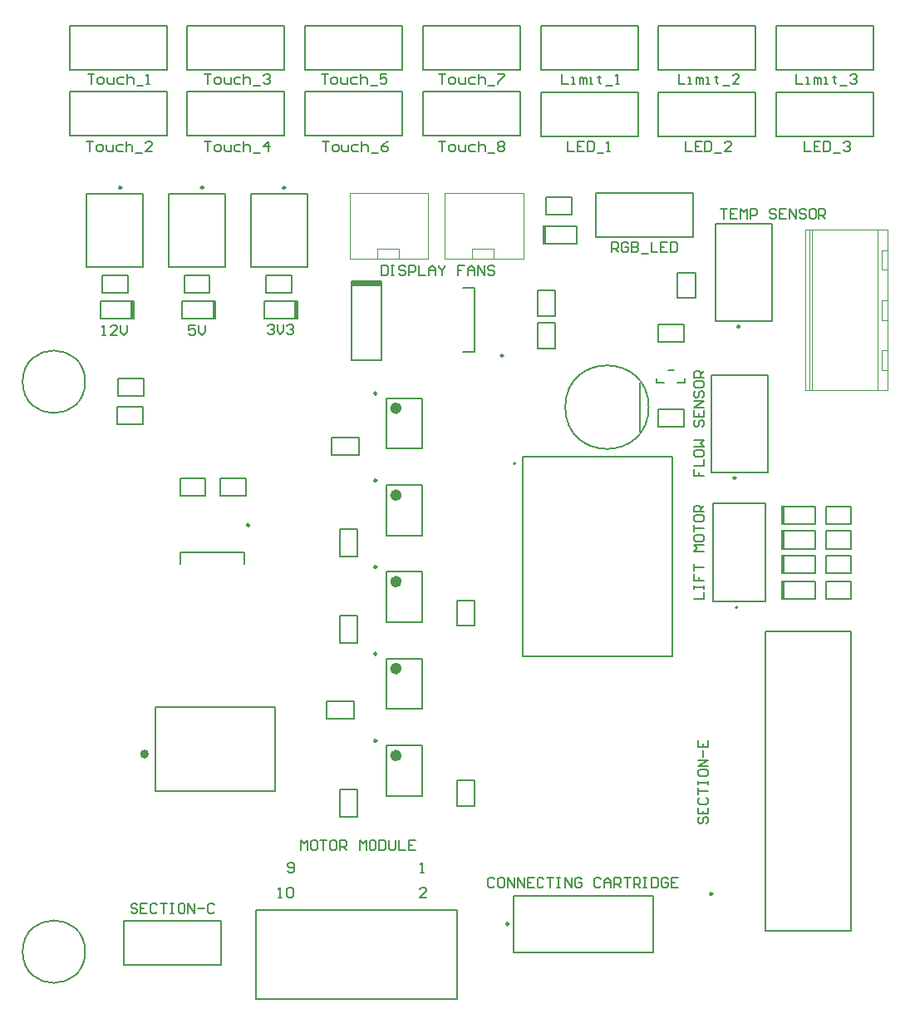
<source format=gto>
G04*
G04 #@! TF.GenerationSoftware,Altium Limited,Altium Designer,20.1.8 (145)*
G04*
G04 Layer_Color=65535*
%FSLAX25Y25*%
%MOIN*%
G70*
G04*
G04 #@! TF.SameCoordinates,8A5546FC-2E64-4ACD-A3F0-66F597033F2E*
G04*
G04*
G04 #@! TF.FilePolarity,Positive*
G04*
G01*
G75*
%ADD10C,0.01968*%
%ADD11C,0.00787*%
%ADD12C,0.00984*%
%ADD13C,0.02362*%
%ADD14C,0.00591*%
%ADD15C,0.00500*%
%ADD16C,0.00394*%
%ADD17C,0.00600*%
%ADD18R,0.01181X0.07480*%
%ADD19R,0.12299X0.01968*%
G36*
X138882Y286366D02*
D01*
D02*
G37*
G36*
X322441Y244016D02*
D01*
D02*
G37*
D10*
X56622Y98032D02*
G03*
X56622Y98032I-787J0D01*
G01*
D11*
X204724Y214370D02*
G03*
X204724Y214370I-394J0D01*
G01*
X32035Y18827D02*
G03*
X32035Y18827I-12535J0D01*
G01*
Y247173D02*
G03*
X32035Y247173I-12535J0D01*
G01*
X293701Y156693D02*
G03*
X293701Y156693I-394J0D01*
G01*
X100571Y0D02*
X181319D01*
Y35433D01*
X100571Y0D02*
Y35433D01*
X181319D01*
X60315Y83071D02*
Y116929D01*
X108189Y83071D02*
Y116929D01*
X60315D02*
X108189D01*
X60315Y83071D02*
X108189D01*
X254429Y227067D02*
Y246752D01*
X152756Y220472D02*
Y240551D01*
X167323Y220472D02*
Y240551D01*
X152756D02*
X167323D01*
X152756Y220472D02*
X167323D01*
X141884Y217913D02*
Y225000D01*
X130860Y217913D02*
X141884D01*
X130860D02*
Y225000D01*
X141884D01*
X32677Y293307D02*
X55315D01*
X32677D02*
Y322441D01*
X55315Y293307D02*
Y322441D01*
X32677D02*
X55315D01*
X71752Y282677D02*
Y289764D01*
X81988D01*
Y282677D02*
Y289764D01*
X71752Y282677D02*
X81988D01*
X38878D02*
Y289764D01*
X49114D01*
Y282677D02*
Y289764D01*
X38878Y282677D02*
X49114D01*
X70965Y279528D02*
X84350D01*
Y272441D02*
Y279528D01*
X70965Y272441D02*
X84350D01*
X70965D02*
Y279528D01*
X84350D01*
Y272441D02*
Y279528D01*
X70965Y272441D02*
X84350D01*
X70965D02*
Y279528D01*
X38091D02*
X51476D01*
Y272441D02*
Y279528D01*
X38091Y272441D02*
X51476D01*
X38091D02*
Y279528D01*
X51476D01*
Y272441D02*
Y279528D01*
X38091Y272441D02*
X51476D01*
X38091D02*
Y279528D01*
X45276Y241339D02*
X55512D01*
Y248382D01*
X45276Y241339D02*
Y248382D01*
X55512D01*
X44984Y230130D02*
X55221D01*
Y237173D01*
X44984Y230130D02*
Y237173D01*
X55221D01*
X70079Y208661D02*
X80315D01*
X70079Y201618D02*
Y208661D01*
X80315Y201618D02*
Y208661D01*
X70079Y201618D02*
X80315D01*
X86221Y208661D02*
X96457D01*
X86221Y201618D02*
Y208661D01*
X96457Y201618D02*
Y208661D01*
X86221Y201618D02*
X96457D01*
X95945Y174224D02*
Y178740D01*
X70197D02*
X95945D01*
X70197Y174224D02*
Y178740D01*
X152756Y150984D02*
Y171063D01*
X167323Y150984D02*
Y171063D01*
X152756D02*
X167323D01*
X152756Y150984D02*
X167323D01*
X152756Y185630D02*
Y205709D01*
X167323Y185630D02*
Y205709D01*
X152756D02*
X167323D01*
X152756Y185630D02*
X167323D01*
X134252Y188189D02*
X141339D01*
Y177165D02*
Y188189D01*
X134252Y177165D02*
X141339D01*
X134252D02*
Y188189D01*
X236811Y322835D02*
X275787D01*
Y305118D02*
Y322835D01*
X236811Y305118D02*
Y322835D01*
Y305118D02*
X275787D01*
X215748Y302362D02*
X229134D01*
X215748D02*
Y309449D01*
X229134D01*
Y302362D02*
Y309449D01*
X215748Y302362D02*
X229134D01*
X215748D02*
Y309449D01*
X229134D01*
Y302362D02*
Y309449D01*
X227165Y314173D02*
Y321260D01*
X216929Y314173D02*
X227165D01*
X216929D02*
Y321260D01*
X227165D01*
X139764Y112205D02*
Y119291D01*
X128740Y112205D02*
X139764D01*
X128740D02*
Y119291D01*
X139764D01*
X152756Y116142D02*
Y136221D01*
X167323Y116142D02*
Y136221D01*
X152756D02*
X167323D01*
X152756Y116142D02*
X167323D01*
X152756Y81299D02*
X167323D01*
X152756Y101378D02*
X167323D01*
Y81299D02*
Y101378D01*
X152756Y81299D02*
Y101378D01*
X134252Y72835D02*
Y83858D01*
Y72835D02*
X141339D01*
Y83858D01*
X134252D02*
X141339D01*
X188189Y149409D02*
Y159646D01*
X181146D02*
X188189D01*
X181146Y149409D02*
X188189D01*
X181146D02*
Y159646D01*
X261858Y263093D02*
X272094D01*
Y270179D01*
X261858D02*
X272094D01*
X261858Y263093D02*
Y270179D01*
X265850Y251872D02*
X268102D01*
X261267Y246754D02*
Y248420D01*
X269590Y246754D02*
X272685D01*
X261267D02*
X264362D01*
X272685D02*
Y248420D01*
X261858Y229235D02*
Y236321D01*
X272094D01*
Y229235D02*
Y236321D01*
X261858Y229235D02*
X272094D01*
X98425Y293307D02*
X121063D01*
X98425D02*
Y322441D01*
X121063Y293307D02*
Y322441D01*
X98425D02*
X121063D01*
X309252Y363189D02*
X348228D01*
Y345472D02*
Y363189D01*
X309252Y345472D02*
Y363189D01*
Y345472D02*
X348228D01*
X262008Y363189D02*
X300984D01*
Y345472D02*
Y363189D01*
X262008Y345472D02*
Y363189D01*
Y345472D02*
X300984D01*
X214764Y363189D02*
X253740D01*
Y345472D02*
Y363189D01*
X214764Y345472D02*
Y363189D01*
Y345472D02*
X253740D01*
X65551Y293307D02*
X88189D01*
X65551D02*
Y322441D01*
X88189Y293307D02*
Y322441D01*
X65551D02*
X88189D01*
X73032Y363583D02*
X112008D01*
Y345866D02*
Y363583D01*
X73032Y345866D02*
Y363583D01*
Y345866D02*
X112008D01*
X73032Y389961D02*
X112008D01*
Y372244D02*
Y389961D01*
X73032Y372244D02*
Y389961D01*
Y372244D02*
X112008D01*
X25787Y363583D02*
X64764D01*
Y345866D02*
Y363583D01*
X25787Y345866D02*
Y363583D01*
Y345866D02*
X64764D01*
X25787Y389961D02*
X64764D01*
Y372244D02*
Y389961D01*
X25787Y372244D02*
Y389961D01*
Y372244D02*
X64764D01*
X167520Y363583D02*
X206496D01*
Y345866D02*
Y363583D01*
X167520Y345866D02*
Y363583D01*
Y345866D02*
X206496D01*
X167520Y389961D02*
X206496D01*
Y372244D02*
Y389961D01*
X167520Y372244D02*
Y389961D01*
Y372244D02*
X206496D01*
X120276Y363583D02*
X159252D01*
Y345866D02*
Y363583D01*
X120276Y345866D02*
Y363583D01*
Y345866D02*
X159252D01*
X120276Y389961D02*
X159252D01*
Y372244D02*
Y389961D01*
X120276Y372244D02*
Y389961D01*
Y372244D02*
X159252D01*
X309252Y389961D02*
X348228D01*
Y372244D02*
Y389961D01*
X309252Y372244D02*
Y389961D01*
Y372244D02*
X348228D01*
X262008Y389961D02*
X300984D01*
Y372244D02*
Y389961D01*
X262008Y372244D02*
Y389961D01*
Y372244D02*
X300984D01*
X214764Y389961D02*
X253740D01*
Y372244D02*
Y389961D01*
X214764Y372244D02*
Y389961D01*
Y372244D02*
X253740D01*
X284744Y271457D02*
X307382D01*
Y310433D01*
X284744D02*
X307382D01*
X284744Y271457D02*
Y310433D01*
X283169Y210827D02*
X305807D01*
Y249803D01*
X283169D02*
X305807D01*
X283169Y210827D02*
Y249803D01*
X183673Y259173D02*
X188189D01*
Y284921D01*
X183673D02*
X188189D01*
X260039Y18386D02*
Y41221D01*
X203740D02*
X260039D01*
X203740Y18386D02*
Y41221D01*
Y18386D02*
X260039D01*
X47441Y13386D02*
X86417D01*
X47441D02*
Y31102D01*
X86417Y13386D02*
Y31102D01*
X47441D02*
X86417D01*
X304921Y27008D02*
X339173D01*
Y147008D01*
X304921D02*
X339173D01*
X304921Y27008D02*
Y147008D01*
X104626Y282677D02*
Y289764D01*
X114862D01*
Y282677D02*
Y289764D01*
X104626Y282677D02*
X114862D01*
X103839Y279528D02*
X117224D01*
Y272441D02*
Y279528D01*
X103839Y272441D02*
X117224D01*
X103839D02*
Y279528D01*
X117224D01*
Y272441D02*
Y279528D01*
X103839Y272441D02*
X117224D01*
X103839D02*
Y279528D01*
X188189Y77165D02*
Y87402D01*
X181146D02*
X188189D01*
X181146Y77165D02*
X188189D01*
X181146D02*
Y87402D01*
X134252Y153543D02*
X141339D01*
Y142520D02*
Y153543D01*
X134252Y142520D02*
X141339D01*
X134252D02*
Y153543D01*
X138882Y255906D02*
X150882D01*
Y287402D01*
X138882D02*
X150882D01*
X138882Y255906D02*
Y287402D01*
X220472Y260630D02*
Y270866D01*
X213429D02*
X220472D01*
X213429Y260630D02*
X220472D01*
X213429D02*
Y270866D01*
X269685Y280709D02*
Y290945D01*
Y280709D02*
X276728D01*
X269685Y290945D02*
X276728D01*
Y280709D02*
Y290945D01*
X220472Y273622D02*
Y283858D01*
X213429D02*
X220472D01*
X213429Y273622D02*
X220472D01*
X213429D02*
Y283858D01*
X329134Y190157D02*
Y197244D01*
X339370D01*
Y190157D02*
Y197244D01*
X329134Y190157D02*
X339370D01*
X329134Y180315D02*
Y187402D01*
X339370D01*
Y180315D02*
Y187402D01*
X329134Y180315D02*
X339370D01*
X329134Y170472D02*
Y177559D01*
X339370D01*
Y170472D02*
Y177559D01*
X329134Y170472D02*
X339370D01*
X329134Y160236D02*
Y167323D01*
X339370D01*
Y160236D02*
Y167323D01*
X329134Y160236D02*
X339370D01*
X311417Y190157D02*
X324803D01*
X311417D02*
Y197244D01*
X324803D01*
Y190157D02*
Y197244D01*
X311417Y190157D02*
X324803D01*
X311417D02*
Y197244D01*
X324803D01*
Y190157D02*
Y197244D01*
X311417Y180315D02*
X324803D01*
X311417D02*
Y187402D01*
X324803D01*
Y180315D02*
Y187402D01*
X311417Y180315D02*
X324803D01*
X311417D02*
Y187402D01*
X324803D01*
Y180315D02*
Y187402D01*
X311417Y170472D02*
X324803D01*
X311417D02*
Y177559D01*
X324803D01*
Y170472D02*
Y177559D01*
X311417Y170472D02*
X324803D01*
X311417D02*
Y177559D01*
X324803D01*
Y170472D02*
Y177559D01*
X311417Y160236D02*
X324803D01*
X311417D02*
Y167323D01*
X324803D01*
Y160236D02*
Y167323D01*
X311417Y160236D02*
X324803D01*
X311417D02*
Y167323D01*
X324803D01*
Y160236D02*
Y167323D01*
X278610Y72702D02*
X277954Y72047D01*
Y70735D01*
X278610Y70079D01*
X279266D01*
X279922Y70735D01*
Y72047D01*
X280578Y72702D01*
X281234D01*
X281890Y72047D01*
Y70735D01*
X281234Y70079D01*
X277954Y76638D02*
Y74015D01*
X281890D01*
Y76638D01*
X279922Y74015D02*
Y75326D01*
X278610Y80574D02*
X277954Y79918D01*
Y78606D01*
X278610Y77950D01*
X281234D01*
X281890Y78606D01*
Y79918D01*
X281234Y80574D01*
X277954Y81886D02*
Y84510D01*
Y83198D01*
X281890D01*
X277954Y85822D02*
Y87134D01*
Y86478D01*
X281890D01*
Y85822D01*
Y87134D01*
X277954Y91069D02*
Y89757D01*
X278610Y89101D01*
X281234D01*
X281890Y89757D01*
Y91069D01*
X281234Y91725D01*
X278610D01*
X277954Y91069D01*
X281890Y93037D02*
X277954D01*
X281890Y95661D01*
X277954D01*
X279922Y96973D02*
Y99597D01*
X277954Y103533D02*
Y100909D01*
X281890D01*
Y103533D01*
X279922Y100909D02*
Y102221D01*
X196325Y47768D02*
X195669Y48424D01*
X194357D01*
X193701Y47768D01*
Y45144D01*
X194357Y44488D01*
X195669D01*
X196325Y45144D01*
X199604Y48424D02*
X198293D01*
X197636Y47768D01*
Y45144D01*
X198293Y44488D01*
X199604D01*
X200260Y45144D01*
Y47768D01*
X199604Y48424D01*
X201572Y44488D02*
Y48424D01*
X204196Y44488D01*
Y48424D01*
X205508Y44488D02*
Y48424D01*
X208132Y44488D01*
Y48424D01*
X212068D02*
X209444D01*
Y44488D01*
X212068D01*
X209444Y46456D02*
X210756D01*
X216003Y47768D02*
X215347Y48424D01*
X214035D01*
X213380Y47768D01*
Y45144D01*
X214035Y44488D01*
X215347D01*
X216003Y45144D01*
X217315Y48424D02*
X219939D01*
X218627D01*
Y44488D01*
X221251Y48424D02*
X222563D01*
X221907D01*
Y44488D01*
X221251D01*
X222563D01*
X224531D02*
Y48424D01*
X227155Y44488D01*
Y48424D01*
X231090Y47768D02*
X230434Y48424D01*
X229122D01*
X228467Y47768D01*
Y45144D01*
X229122Y44488D01*
X230434D01*
X231090Y45144D01*
Y46456D01*
X229778D01*
X238962Y47768D02*
X238306Y48424D01*
X236994D01*
X236338Y47768D01*
Y45144D01*
X236994Y44488D01*
X238306D01*
X238962Y45144D01*
X240274Y44488D02*
Y47112D01*
X241586Y48424D01*
X242898Y47112D01*
Y44488D01*
Y46456D01*
X240274D01*
X244210Y44488D02*
Y48424D01*
X246177D01*
X246833Y47768D01*
Y46456D01*
X246177Y45800D01*
X244210D01*
X245521D02*
X246833Y44488D01*
X248145Y48424D02*
X250769D01*
X249457D01*
Y44488D01*
X252081D02*
Y48424D01*
X254049D01*
X254705Y47768D01*
Y46456D01*
X254049Y45800D01*
X252081D01*
X253393D02*
X254705Y44488D01*
X256017Y48424D02*
X257329D01*
X256673D01*
Y44488D01*
X256017D01*
X257329D01*
X259296Y48424D02*
Y44488D01*
X261264D01*
X261920Y45144D01*
Y47768D01*
X261264Y48424D01*
X259296D01*
X265856Y47768D02*
X265200Y48424D01*
X263888D01*
X263232Y47768D01*
Y45144D01*
X263888Y44488D01*
X265200D01*
X265856Y45144D01*
Y46456D01*
X264544D01*
X269792Y48424D02*
X267168D01*
Y44488D01*
X269792D01*
X267168Y46456D02*
X268480D01*
X105118Y269422D02*
X105774Y270077D01*
X107086D01*
X107742Y269422D01*
Y268765D01*
X107086Y268110D01*
X106430D01*
X107086D01*
X107742Y267454D01*
Y266798D01*
X107086Y266142D01*
X105774D01*
X105118Y266798D01*
X109054Y270077D02*
Y267454D01*
X110366Y266142D01*
X111678Y267454D01*
Y270077D01*
X112990Y269422D02*
X113646Y270077D01*
X114957D01*
X115613Y269422D01*
Y268765D01*
X114957Y268110D01*
X114302D01*
X114957D01*
X115613Y267454D01*
Y266798D01*
X114957Y266142D01*
X113646D01*
X112990Y266798D01*
X76246Y269684D02*
X73622D01*
Y267716D01*
X74934Y268372D01*
X75590D01*
X76246Y267716D01*
Y266404D01*
X75590Y265748D01*
X74278D01*
X73622Y266404D01*
X77558Y269684D02*
Y267060D01*
X78870Y265748D01*
X80182Y267060D01*
Y269684D01*
X38976Y265748D02*
X40288D01*
X39632D01*
Y269684D01*
X38976Y269028D01*
X44880Y265748D02*
X42256D01*
X44880Y268372D01*
Y269028D01*
X44224Y269684D01*
X42912D01*
X42256Y269028D01*
X46192Y269684D02*
Y267060D01*
X47504Y265748D01*
X48816Y267060D01*
Y269684D01*
X150787Y293700D02*
Y289764D01*
X152755D01*
X153411Y290420D01*
Y293044D01*
X152755Y293700D01*
X150787D01*
X154723D02*
X156035D01*
X155379D01*
Y289764D01*
X154723D01*
X156035D01*
X160627Y293044D02*
X159971Y293700D01*
X158659D01*
X158003Y293044D01*
Y292388D01*
X158659Y291732D01*
X159971D01*
X160627Y291076D01*
Y290420D01*
X159971Y289764D01*
X158659D01*
X158003Y290420D01*
X161939Y289764D02*
Y293700D01*
X163907D01*
X164562Y293044D01*
Y291732D01*
X163907Y291076D01*
X161939D01*
X165874Y293700D02*
Y289764D01*
X168498D01*
X169810D02*
Y292388D01*
X171122Y293700D01*
X172434Y292388D01*
Y289764D01*
Y291732D01*
X169810D01*
X173746Y293700D02*
Y293044D01*
X175058Y291732D01*
X176370Y293044D01*
Y293700D01*
X175058Y291732D02*
Y289764D01*
X184241Y293700D02*
X181617D01*
Y291732D01*
X182929D01*
X181617D01*
Y289764D01*
X185553D02*
Y292388D01*
X186865Y293700D01*
X188177Y292388D01*
Y289764D01*
Y291732D01*
X185553D01*
X189489Y289764D02*
Y293700D01*
X192113Y289764D01*
Y293700D01*
X196048Y293044D02*
X195393Y293700D01*
X194080D01*
X193425Y293044D01*
Y292388D01*
X194080Y291732D01*
X195393D01*
X196048Y291076D01*
Y290420D01*
X195393Y289764D01*
X194080D01*
X193425Y290420D01*
X276379Y212073D02*
Y209449D01*
X278347D01*
Y210761D01*
Y209449D01*
X280315D01*
X276379Y213385D02*
X280315D01*
Y216008D01*
X276379Y219288D02*
Y217976D01*
X277035Y217320D01*
X279659D01*
X280315Y217976D01*
Y219288D01*
X279659Y219944D01*
X277035D01*
X276379Y219288D01*
Y221256D02*
X280315D01*
X279003Y222568D01*
X280315Y223880D01*
X276379D01*
X277035Y231751D02*
X276379Y231095D01*
Y229784D01*
X277035Y229128D01*
X277691D01*
X278347Y229784D01*
Y231095D01*
X279003Y231751D01*
X279659D01*
X280315Y231095D01*
Y229784D01*
X279659Y229128D01*
X276379Y235687D02*
Y233063D01*
X280315D01*
Y235687D01*
X278347Y233063D02*
Y234375D01*
X280315Y236999D02*
X276379D01*
X280315Y239623D01*
X276379D01*
X277035Y243559D02*
X276379Y242903D01*
Y241591D01*
X277035Y240935D01*
X277691D01*
X278347Y241591D01*
Y242903D01*
X279003Y243559D01*
X279659D01*
X280315Y242903D01*
Y241591D01*
X279659Y240935D01*
X276379Y246838D02*
Y245526D01*
X277035Y244870D01*
X279659D01*
X280315Y245526D01*
Y246838D01*
X279659Y247494D01*
X277035D01*
X276379Y246838D01*
X280315Y248806D02*
X276379D01*
Y250774D01*
X277035Y251430D01*
X278347D01*
X279003Y250774D01*
Y248806D01*
Y250118D02*
X280315Y251430D01*
X118504Y59449D02*
Y63385D01*
X119816Y62073D01*
X121128Y63385D01*
Y59449D01*
X124407Y63385D02*
X123096D01*
X122440Y62729D01*
Y60105D01*
X123096Y59449D01*
X124407D01*
X125064Y60105D01*
Y62729D01*
X124407Y63385D01*
X126375D02*
X128999D01*
X127687D01*
Y59449D01*
X132279Y63385D02*
X130967D01*
X130311Y62729D01*
Y60105D01*
X130967Y59449D01*
X132279D01*
X132935Y60105D01*
Y62729D01*
X132279Y63385D01*
X134247Y59449D02*
Y63385D01*
X136215D01*
X136871Y62729D01*
Y61417D01*
X136215Y60761D01*
X134247D01*
X135559D02*
X136871Y59449D01*
X142118D02*
Y63385D01*
X143430Y62073D01*
X144742Y63385D01*
Y59449D01*
X148022Y63385D02*
X146710D01*
X146054Y62729D01*
Y60105D01*
X146710Y59449D01*
X148022D01*
X148678Y60105D01*
Y62729D01*
X148022Y63385D01*
X149990D02*
Y59449D01*
X151958D01*
X152614Y60105D01*
Y62729D01*
X151958Y63385D01*
X149990D01*
X153926D02*
Y60105D01*
X154582Y59449D01*
X155894D01*
X156549Y60105D01*
Y63385D01*
X157861D02*
Y59449D01*
X160485D01*
X164421Y63385D02*
X161797D01*
Y59449D01*
X164421D01*
X161797Y61417D02*
X163109D01*
X53017Y37532D02*
X52362Y38188D01*
X51050D01*
X50394Y37532D01*
Y36876D01*
X51050Y36220D01*
X52362D01*
X53017Y35564D01*
Y34908D01*
X52362Y34252D01*
X51050D01*
X50394Y34908D01*
X56953Y38188D02*
X54329D01*
Y34252D01*
X56953D01*
X54329Y36220D02*
X55641D01*
X60889Y37532D02*
X60233Y38188D01*
X58921D01*
X58265Y37532D01*
Y34908D01*
X58921Y34252D01*
X60233D01*
X60889Y34908D01*
X62201Y38188D02*
X64825D01*
X63513D01*
Y34252D01*
X66137Y38188D02*
X67449D01*
X66793D01*
Y34252D01*
X66137D01*
X67449D01*
X71384Y38188D02*
X70072D01*
X69416Y37532D01*
Y34908D01*
X70072Y34252D01*
X71384D01*
X72040Y34908D01*
Y37532D01*
X71384Y38188D01*
X73352Y34252D02*
Y38188D01*
X75976Y34252D01*
Y38188D01*
X77288Y36220D02*
X79912D01*
X83847Y37532D02*
X83192Y38188D01*
X81880D01*
X81224Y37532D01*
Y34908D01*
X81880Y34252D01*
X83192D01*
X83847Y34908D01*
X243307Y299081D02*
Y303017D01*
X245275D01*
X245931Y302361D01*
Y301049D01*
X245275Y300393D01*
X243307D01*
X244619D02*
X245931Y299081D01*
X249867Y302361D02*
X249211Y303017D01*
X247899D01*
X247243Y302361D01*
Y299737D01*
X247899Y299081D01*
X249211D01*
X249867Y299737D01*
Y301049D01*
X248555D01*
X251179Y303017D02*
Y299081D01*
X253146D01*
X253802Y299737D01*
Y300393D01*
X253146Y301049D01*
X251179D01*
X253146D01*
X253802Y301705D01*
Y302361D01*
X253146Y303017D01*
X251179D01*
X255114Y298425D02*
X257738D01*
X259050Y303017D02*
Y299081D01*
X261674D01*
X265610Y303017D02*
X262986D01*
Y299081D01*
X265610D01*
X262986Y301049D02*
X264298D01*
X266921Y303017D02*
Y299081D01*
X268889D01*
X269545Y299737D01*
Y302361D01*
X268889Y303017D01*
X266921D01*
X276379Y160236D02*
X280315D01*
Y162860D01*
X276379Y164172D02*
Y165484D01*
Y164828D01*
X280315D01*
Y164172D01*
Y165484D01*
X276379Y170076D02*
Y167452D01*
X278347D01*
Y168764D01*
Y167452D01*
X280315D01*
X276379Y171388D02*
Y174011D01*
Y172699D01*
X280315D01*
Y179259D02*
X276379D01*
X277691Y180571D01*
X276379Y181883D01*
X280315D01*
X276379Y185163D02*
Y183851D01*
X277035Y183195D01*
X279659D01*
X280315Y183851D01*
Y185163D01*
X279659Y185819D01*
X277035D01*
X276379Y185163D01*
Y187130D02*
Y189754D01*
Y188442D01*
X280315D01*
X276379Y193034D02*
Y191722D01*
X277035Y191066D01*
X279659D01*
X280315Y191722D01*
Y193034D01*
X279659Y193690D01*
X277035D01*
X276379Y193034D01*
X280315Y195002D02*
X276379D01*
Y196970D01*
X277035Y197626D01*
X278347D01*
X279003Y196970D01*
Y195002D01*
Y196314D02*
X280315Y197626D01*
X287008Y316534D02*
X289632D01*
X288320D01*
Y312598D01*
X293567Y316534D02*
X290944D01*
Y312598D01*
X293567D01*
X290944Y314566D02*
X292255D01*
X294879Y312598D02*
Y316534D01*
X296191Y315222D01*
X297503Y316534D01*
Y312598D01*
X298815D02*
Y316534D01*
X300783D01*
X301439Y315878D01*
Y314566D01*
X300783Y313910D01*
X298815D01*
X309310Y315878D02*
X308654Y316534D01*
X307343D01*
X306687Y315878D01*
Y315222D01*
X307343Y314566D01*
X308654D01*
X309310Y313910D01*
Y313254D01*
X308654Y312598D01*
X307343D01*
X306687Y313254D01*
X313246Y316534D02*
X310622D01*
Y312598D01*
X313246D01*
X310622Y314566D02*
X311934D01*
X314558Y312598D02*
Y316534D01*
X317182Y312598D01*
Y316534D01*
X321118Y315878D02*
X320462Y316534D01*
X319150D01*
X318494Y315878D01*
Y315222D01*
X319150Y314566D01*
X320462D01*
X321118Y313910D01*
Y313254D01*
X320462Y312598D01*
X319150D01*
X318494Y313254D01*
X324397Y316534D02*
X323085D01*
X322429Y315878D01*
Y313254D01*
X323085Y312598D01*
X324397D01*
X325053Y313254D01*
Y315878D01*
X324397Y316534D01*
X326365Y312598D02*
Y316534D01*
X328333D01*
X328989Y315878D01*
Y314566D01*
X328333Y313910D01*
X326365D01*
X327677D02*
X328989Y312598D01*
X320472Y343568D02*
Y339632D01*
X323096D01*
X327032Y343568D02*
X324408D01*
Y339632D01*
X327032D01*
X324408Y341600D02*
X325720D01*
X328344Y343568D02*
Y339632D01*
X330312D01*
X330968Y340288D01*
Y342912D01*
X330312Y343568D01*
X328344D01*
X332280Y338976D02*
X334904D01*
X336215Y342912D02*
X336871Y343568D01*
X338183D01*
X338839Y342912D01*
Y342256D01*
X338183Y341600D01*
X337527D01*
X338183D01*
X338839Y340944D01*
Y340288D01*
X338183Y339632D01*
X336871D01*
X336215Y340288D01*
X272835Y343568D02*
Y339632D01*
X275459D01*
X279394Y343568D02*
X276770D01*
Y339632D01*
X279394D01*
X276770Y341600D02*
X278082D01*
X280706Y343568D02*
Y339632D01*
X282674D01*
X283330Y340288D01*
Y342912D01*
X282674Y343568D01*
X280706D01*
X284642Y338976D02*
X287266D01*
X291201Y339632D02*
X288578D01*
X291201Y342256D01*
Y342912D01*
X290546Y343568D01*
X289234D01*
X288578Y342912D01*
X225590Y343568D02*
Y339632D01*
X228214D01*
X232150Y343568D02*
X229526D01*
Y339632D01*
X232150D01*
X229526Y341600D02*
X230838D01*
X233462Y343568D02*
Y339632D01*
X235430D01*
X236086Y340288D01*
Y342912D01*
X235430Y343568D01*
X233462D01*
X237398Y338976D02*
X240022D01*
X241334Y339632D02*
X242645D01*
X241989D01*
Y343568D01*
X241334Y342912D01*
X317323Y370340D02*
Y366404D01*
X319947D01*
X321259D02*
X322570D01*
X321915D01*
Y369028D01*
X321259D01*
X324538Y366404D02*
Y369028D01*
X325194D01*
X325850Y368372D01*
Y366404D01*
Y368372D01*
X326506Y369028D01*
X327162Y368372D01*
Y366404D01*
X328474D02*
X329786D01*
X329130D01*
Y369028D01*
X328474D01*
X332410Y369684D02*
Y369028D01*
X331754D01*
X333066D01*
X332410D01*
Y367060D01*
X333066Y366404D01*
X335034Y365748D02*
X337657D01*
X338969Y369684D02*
X339625Y370340D01*
X340937D01*
X341593Y369684D01*
Y369028D01*
X340937Y368372D01*
X340281D01*
X340937D01*
X341593Y367716D01*
Y367060D01*
X340937Y366404D01*
X339625D01*
X338969Y367060D01*
X270079Y370340D02*
Y366404D01*
X272703D01*
X274014D02*
X275326D01*
X274670D01*
Y369028D01*
X274014D01*
X277294Y366404D02*
Y369028D01*
X277950D01*
X278606Y368372D01*
Y366404D01*
Y368372D01*
X279262Y369028D01*
X279918Y368372D01*
Y366404D01*
X281230D02*
X282542D01*
X281886D01*
Y369028D01*
X281230D01*
X285166Y369684D02*
Y369028D01*
X284510D01*
X285822D01*
X285166D01*
Y367060D01*
X285822Y366404D01*
X287790Y365748D02*
X290413D01*
X294349Y366404D02*
X291725D01*
X294349Y369028D01*
Y369684D01*
X293693Y370340D01*
X292381D01*
X291725Y369684D01*
X223228Y370340D02*
Y366404D01*
X225852D01*
X227164D02*
X228476D01*
X227820D01*
Y369028D01*
X227164D01*
X230444Y366404D02*
Y369028D01*
X231100D01*
X231756Y368372D01*
Y366404D01*
Y368372D01*
X232412Y369028D01*
X233068Y368372D01*
Y366404D01*
X234380D02*
X235691D01*
X235036D01*
Y369028D01*
X234380D01*
X238315Y369684D02*
Y369028D01*
X237659D01*
X238971D01*
X238315D01*
Y367060D01*
X238971Y366404D01*
X240939Y365748D02*
X243563D01*
X244875Y366404D02*
X246187D01*
X245531D01*
Y370340D01*
X244875Y369684D01*
X174016Y343568D02*
X176640D01*
X175328D01*
Y339632D01*
X178607D02*
X179919D01*
X180575Y340288D01*
Y341600D01*
X179919Y342256D01*
X178607D01*
X177952Y341600D01*
Y340288D01*
X178607Y339632D01*
X181887Y342256D02*
Y340288D01*
X182543Y339632D01*
X184511D01*
Y342256D01*
X188447D02*
X186479D01*
X185823Y341600D01*
Y340288D01*
X186479Y339632D01*
X188447D01*
X189759Y343568D02*
Y339632D01*
Y341600D01*
X190415Y342256D01*
X191727D01*
X192383Y341600D01*
Y339632D01*
X193694Y338976D02*
X196318D01*
X197630Y342912D02*
X198286Y343568D01*
X199598D01*
X200254Y342912D01*
Y342256D01*
X199598Y341600D01*
X200254Y340944D01*
Y340288D01*
X199598Y339632D01*
X198286D01*
X197630Y340288D01*
Y340944D01*
X198286Y341600D01*
X197630Y342256D01*
Y342912D01*
X198286Y341600D02*
X199598D01*
X174016Y370340D02*
X176640D01*
X175328D01*
Y366404D01*
X178607D02*
X179919D01*
X180575Y367060D01*
Y368372D01*
X179919Y369028D01*
X178607D01*
X177952Y368372D01*
Y367060D01*
X178607Y366404D01*
X181887Y369028D02*
Y367060D01*
X182543Y366404D01*
X184511D01*
Y369028D01*
X188447D02*
X186479D01*
X185823Y368372D01*
Y367060D01*
X186479Y366404D01*
X188447D01*
X189759Y370340D02*
Y366404D01*
Y368372D01*
X190415Y369028D01*
X191727D01*
X192383Y368372D01*
Y366404D01*
X193694Y365748D02*
X196318D01*
X197630Y370340D02*
X200254D01*
Y369684D01*
X197630Y367060D01*
Y366404D01*
X127165Y343568D02*
X129789D01*
X128477D01*
Y339632D01*
X131757D02*
X133069D01*
X133725Y340288D01*
Y341600D01*
X133069Y342256D01*
X131757D01*
X131101Y341600D01*
Y340288D01*
X131757Y339632D01*
X135037Y342256D02*
Y340288D01*
X135693Y339632D01*
X137661D01*
Y342256D01*
X141596D02*
X139629D01*
X138973Y341600D01*
Y340288D01*
X139629Y339632D01*
X141596D01*
X142908Y343568D02*
Y339632D01*
Y341600D01*
X143564Y342256D01*
X144876D01*
X145532Y341600D01*
Y339632D01*
X146844Y338976D02*
X149468D01*
X153404Y343568D02*
X152092Y342912D01*
X150780Y341600D01*
Y340288D01*
X151436Y339632D01*
X152748D01*
X153404Y340288D01*
Y340944D01*
X152748Y341600D01*
X150780D01*
X126772Y370340D02*
X129395D01*
X128084D01*
Y366404D01*
X131363D02*
X132675D01*
X133331Y367060D01*
Y368372D01*
X132675Y369028D01*
X131363D01*
X130707Y368372D01*
Y367060D01*
X131363Y366404D01*
X134643Y369028D02*
Y367060D01*
X135299Y366404D01*
X137267D01*
Y369028D01*
X141203D02*
X139235D01*
X138579Y368372D01*
Y367060D01*
X139235Y366404D01*
X141203D01*
X142515Y370340D02*
Y366404D01*
Y368372D01*
X143171Y369028D01*
X144483D01*
X145138Y368372D01*
Y366404D01*
X146450Y365748D02*
X149074D01*
X153010Y370340D02*
X150386D01*
Y368372D01*
X151698Y369028D01*
X152354D01*
X153010Y368372D01*
Y367060D01*
X152354Y366404D01*
X151042D01*
X150386Y367060D01*
X79921Y343568D02*
X82545D01*
X81233D01*
Y339632D01*
X84513D02*
X85825D01*
X86481Y340288D01*
Y341600D01*
X85825Y342256D01*
X84513D01*
X83857Y341600D01*
Y340288D01*
X84513Y339632D01*
X87793Y342256D02*
Y340288D01*
X88449Y339632D01*
X90417D01*
Y342256D01*
X94352D02*
X92384D01*
X91729Y341600D01*
Y340288D01*
X92384Y339632D01*
X94352D01*
X95664Y343568D02*
Y339632D01*
Y341600D01*
X96320Y342256D01*
X97632D01*
X98288Y341600D01*
Y339632D01*
X99600Y338976D02*
X102224D01*
X105504Y339632D02*
Y343568D01*
X103536Y341600D01*
X106159D01*
X79921Y370340D02*
X82545D01*
X81233D01*
Y366404D01*
X84513D02*
X85825D01*
X86481Y367060D01*
Y368372D01*
X85825Y369028D01*
X84513D01*
X83857Y368372D01*
Y367060D01*
X84513Y366404D01*
X87793Y369028D02*
Y367060D01*
X88449Y366404D01*
X90417D01*
Y369028D01*
X94352D02*
X92384D01*
X91729Y368372D01*
Y367060D01*
X92384Y366404D01*
X94352D01*
X95664Y370340D02*
Y366404D01*
Y368372D01*
X96320Y369028D01*
X97632D01*
X98288Y368372D01*
Y366404D01*
X99600Y365748D02*
X102224D01*
X103536Y369684D02*
X104192Y370340D01*
X105504D01*
X106159Y369684D01*
Y369028D01*
X105504Y368372D01*
X104848D01*
X105504D01*
X106159Y367716D01*
Y367060D01*
X105504Y366404D01*
X104192D01*
X103536Y367060D01*
X32677Y343568D02*
X35301D01*
X33989D01*
Y339632D01*
X37269D02*
X38581D01*
X39237Y340288D01*
Y341600D01*
X38581Y342256D01*
X37269D01*
X36613Y341600D01*
Y340288D01*
X37269Y339632D01*
X40549Y342256D02*
Y340288D01*
X41205Y339632D01*
X43172D01*
Y342256D01*
X47108D02*
X45140D01*
X44484Y341600D01*
Y340288D01*
X45140Y339632D01*
X47108D01*
X48420Y343568D02*
Y339632D01*
Y341600D01*
X49076Y342256D01*
X50388D01*
X51044Y341600D01*
Y339632D01*
X52356Y338976D02*
X54980D01*
X58915Y339632D02*
X56292D01*
X58915Y342256D01*
Y342912D01*
X58259Y343568D01*
X56948D01*
X56292Y342912D01*
X33071Y370340D02*
X35695D01*
X34383D01*
Y366404D01*
X37663D02*
X38974D01*
X39630Y367060D01*
Y368372D01*
X38974Y369028D01*
X37663D01*
X37007Y368372D01*
Y367060D01*
X37663Y366404D01*
X40942Y369028D02*
Y367060D01*
X41598Y366404D01*
X43566D01*
Y369028D01*
X47502D02*
X45534D01*
X44878Y368372D01*
Y367060D01*
X45534Y366404D01*
X47502D01*
X48814Y370340D02*
Y366404D01*
Y368372D01*
X49470Y369028D01*
X50782D01*
X51438Y368372D01*
Y366404D01*
X52750Y365748D02*
X55373D01*
X56685Y366404D02*
X57997D01*
X57341D01*
Y370340D01*
X56685Y369684D01*
D12*
X148917Y242520D02*
G03*
X148917Y242520I-492J0D01*
G01*
Y207677D02*
G03*
X148917Y207677I-492J0D01*
G01*
Y138189D02*
G03*
X148917Y138189I-492J0D01*
G01*
X112303Y325000D02*
G03*
X112303Y325000I-492J0D01*
G01*
X46555D02*
G03*
X46555Y325000I-492J0D01*
G01*
X79429D02*
G03*
X79429Y325000I-492J0D01*
G01*
X148917Y103347D02*
G03*
X148917Y103347I-492J0D01*
G01*
Y173031D02*
G03*
X148917Y173031I-492J0D01*
G01*
X294547Y269350D02*
G03*
X294547Y269350I-492J0D01*
G01*
X292972Y208720D02*
G03*
X292972Y208720I-492J0D01*
G01*
X97894Y189764D02*
G03*
X97894Y189764I-492J0D01*
G01*
X199705Y257716D02*
G03*
X199705Y257716I-492J0D01*
G01*
X201870Y29921D02*
G03*
X201870Y29921I-492J0D01*
G01*
X283563Y42008D02*
G03*
X283563Y42008I-492J0D01*
G01*
D13*
X157874Y236614D02*
G03*
X157874Y236614I-1181J0D01*
G01*
Y201772D02*
G03*
X157874Y201772I-1181J0D01*
G01*
Y132283D02*
G03*
X157874Y132283I-1181J0D01*
G01*
Y97441D02*
G03*
X157874Y97441I-1181J0D01*
G01*
Y167126D02*
G03*
X157874Y167126I-1181J0D01*
G01*
D14*
X258071Y237008D02*
G03*
X258071Y237008I-16732J0D01*
G01*
D15*
X207402Y217165D02*
X267402D01*
Y137165D02*
Y217165D01*
X207402Y137165D02*
X267402D01*
X207402D02*
Y217165D01*
X283858Y198622D02*
X304724D01*
X283858Y159252D02*
X304724D01*
Y198622D01*
X283858Y159252D02*
Y198622D01*
D16*
X207758Y296457D02*
Y322835D01*
X195948Y296457D02*
Y300394D01*
X187286Y296457D02*
Y300394D01*
X195948D01*
X176262Y296457D02*
X207758D01*
X176262D02*
Y322835D01*
X207758D01*
X169685Y296457D02*
Y322835D01*
X157874Y296457D02*
Y300394D01*
X149213Y296457D02*
Y300394D01*
X157874D01*
X138189Y296457D02*
X169685D01*
X138189D02*
Y322835D01*
X169685D01*
X351575Y299921D02*
X353937D01*
X351575Y292047D02*
X353937D01*
X351575D02*
Y299921D01*
X323622Y307992D02*
X323622Y243819D01*
X322441Y308189D02*
X322441Y244016D01*
X350000Y308189D02*
X350000Y244016D01*
X351575Y279842D02*
X353937D01*
X351575Y271969D02*
Y279842D01*
Y271969D02*
X353937D01*
X351575Y259764D02*
X353937D01*
X351575Y251890D02*
Y259764D01*
Y251890D02*
X353937D01*
X353937Y243701D02*
Y308268D01*
X320866Y243701D02*
Y308268D01*
X353937D01*
X320866Y243701D02*
X353937D01*
D17*
X113228Y51218D02*
X113895Y50551D01*
X115228D01*
X115894Y51218D01*
Y53883D01*
X115228Y54550D01*
X113895D01*
X113228Y53883D01*
Y53217D01*
X113895Y52551D01*
X115894D01*
X109449Y40551D02*
X110782D01*
X110115D01*
Y44550D01*
X109449Y43883D01*
X112781D02*
X113447Y44550D01*
X114780D01*
X115447Y43883D01*
Y41218D01*
X114780Y40551D01*
X113447D01*
X112781Y41218D01*
Y43883D01*
X168965Y40551D02*
X166299D01*
X168965Y43217D01*
Y43883D01*
X168299Y44550D01*
X166966D01*
X166299Y43883D01*
X166693Y50551D02*
X168026D01*
X167359D01*
Y54550D01*
X166693Y53883D01*
D18*
X216339Y306102D02*
D03*
D03*
X116634Y275787D02*
D03*
D03*
X83760D02*
D03*
D03*
X50886Y275787D02*
D03*
D03*
X312008Y193898D02*
D03*
D03*
Y184055D02*
D03*
D03*
Y174213D02*
D03*
D03*
Y163976D02*
D03*
D03*
D19*
X145031Y286417D02*
D03*
M02*

</source>
